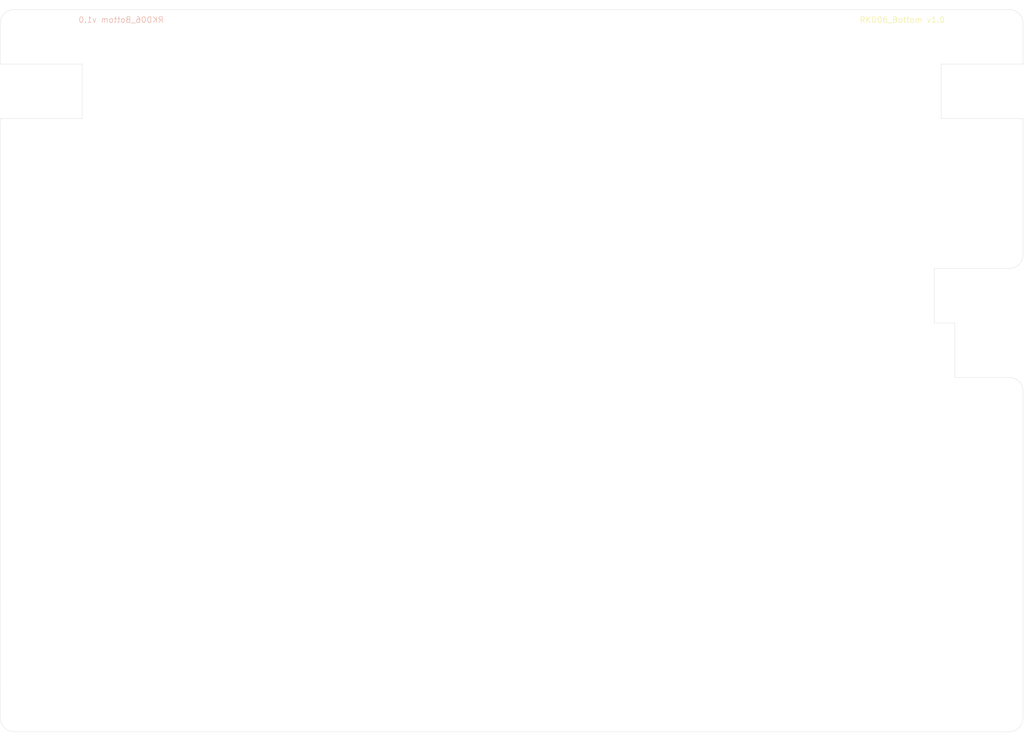
<source format=kicad_pcb>
(kicad_pcb (version 20241229) (generator "pcbnew") (generator_version "9.0")
  (layers (0 "F.Cu" signal) (2 "B.Cu" signal) (13 "F.Paste" user) (15 "B.Paste" user) (5 "F.SilkS" user "F.Silkscreen") (7 "B.SilkS" user "B.Silkscreen") (1 "F.Mask" user) (3 "B.Mask" user) (25 "Edge.Cuts" user))
  (net 0 "")
  (footprint "kbd_Hole:m2_Screw_Hole" (layer "F.Cu") (at 173.83125 28.575)
    (property "Reference" "Ref**")
    (property "Value" "Val**")
    (pad "" np_thru_hole circle (at 0 0) (size 2.2 2.2) (drill 2.2) (layers "*.Cu" "*.Mask"))
  )
  (footprint "Rikkodo_FootPrint:rkd_Point_Screw_Hall" (layer "F.Cu") (at 207.16875 105.965625)
    (property "Reference" "Point1" (hide yes))
    (property "Value" "PointScrewHall" (hide yes))
    (pad "" np_thru_hole circle (at -7.25 -12) (size 2.2 2.2) (drill 2.2) (layers "*.Cu" "*.Mask"))
    (pad "" np_thru_hole circle (at -7.25 12) (size 2.2 2.2) (drill 2.2) (layers "*.Cu" "*.Mask"))
    (pad "" np_thru_hole circle (at 7.25 -12) (size 2.2 2.2) (drill 2.2) (layers "*.Cu" "*.Mask"))
    (pad "" np_thru_hole circle (at 7.25 12) (size 2.2 2.2) (drill 2.2) (layers "*.Cu" "*.Mask"))
  )
  (footprint "kbd_Hole:m2_Screw_Hole" (layer "F.Cu") (at 138.093822 109.537428)
    (property "Reference" "Ref**")
    (property "Value" "Val**")
    (pad "" np_thru_hole circle (at 0 0) (size 2.2 2.2) (drill 2.2) (layers "*.Cu" "*.Mask"))
  )
  (footprint "kbd_Hole:m2_Screw_Hole" (layer "F.Cu") (at 100.0125 71.4375)
    (property "Reference" "Ref**")
    (property "Value" "Val**")
    (pad "" np_thru_hole circle (at 0 0) (size 2.2 2.2) (drill 2.2) (layers "*.Cu" "*.Mask"))
  )
  (footprint "kbd_Hole:m2_Screw_Hole" (layer "F.Cu") (at 42.8625 28.575)
    (property "Reference" "Ref**")
    (property "Value" "Val**")
    (pad "" np_thru_hole circle (at 0 0) (size 2.2 2.2) (drill 2.2) (layers "*.Cu" "*.Mask"))
  )
  (footprint "kbd_Hole:m2_Screw_Hole" (layer "F.Cu") (at 80.943822 28.574928)
    (property "Reference" "Ref**")
    (property "Value" "Val**")
    (pad "" np_thru_hole circle (at 0 0) (size 2.2 2.2) (drill 2.2) (layers "*.Cu" "*.Mask"))
  )
  (footprint "kbd_Hole:m2_Screw_Hole" (layer "F.Cu") (at 114.281322 71.437428)
    (property "Reference" "Ref**")
    (property "Value" "Val**")
    (pad "" np_thru_hole circle (at 0 0) (size 2.2 2.2) (drill 2.2) (layers "*.Cu" "*.Mask"))
  )
  (footprint "kbd_Hole:m2_Screw_Hole" (layer "F.Cu") (at 42.8625 150.01875)
    (property "Reference" "Ref**")
    (property "Value" "Val**")
    (pad "" np_thru_hole circle (at 0 0) (size 2.2 2.2) (drill 2.2) (layers "*.Cu" "*.Mask"))
  )
  (footprint "kbd_Hole:m2_Screw_Hole" (layer "F.Cu") (at 211.93125 150.01875)
    (property "Reference" "Ref**")
    (property "Value" "Val**")
    (pad "" np_thru_hole circle (at 0 0) (size 2.2 2.2) (drill 2.2) (layers "*.Cu" "*.Mask"))
  )
  (footprint "kbd_Hole:m2_Screw_Hole" (layer "F.Cu") (at 152.4 109.5375)
    (property "Reference" "Ref**")
    (property "Value" "Val**")
    (pad "" np_thru_hole circle (at 0 0) (size 2.2 2.2) (drill 2.2) (layers "*.Cu" "*.Mask"))
  )
  (footprint "kbd_Hole:m2_Screw_Hole" (layer "F.Cu") (at 211.93125 28.575)
    (property "Reference" "Ref**")
    (property "Value" "Val**")
    (pad "" np_thru_hole circle (at 0 0) (size 2.2 2.2) (drill 2.2) (layers "*.Cu" "*.Mask"))
  )
  (gr_line (start 216.69375 35.71875) (end 216.693725 28.5751) (stroke (width 0.05)) (layer "Edge.Cuts"))
  (gr_line (start 214.3125 71.4375) (end 201.215625 71.4375) (stroke (width 0.05)) (layer "Edge.Cuts"))
  (gr_line (start 204.7875 80.9625) (end 201.215625 80.9625) (stroke (width 0.05)) (layer "Edge.Cuts"))
  (gr_line (start 214.312475 26.19385) (end 40.462543 26.193793) (stroke (width 0.05)) (layer "Edge.Cuts"))
  (gr_line (start 202.40625 45.24375) (end 216.69375 45.24375) (stroke (width 0.05)) (layer "Edge.Cuts"))
  (gr_line (start 216.69375 35.71875) (end 202.40625 35.71875) (stroke (width 0.05)) (layer "Edge.Cuts"))
  (gr_line (start 204.7875 80.9625) (end 204.7875 90.4875) (stroke (width 0.05)) (layer "Edge.Cuts"))
  (gr_line (start 216.693838 92.868648) (end 216.69375 150.01875) (stroke (width 0.05)) (layer "Edge.Cuts"))
  (gr_line (start 38.09052 35.718678) (end 38.081322 28.574928) (stroke (width 0.05)) (layer "Edge.Cuts"))
  (gr_arc (start 214.312588 90.487398) (mid 215.996333 91.184893) (end 216.693838 92.868648) (stroke (width 0.05)) (layer "Edge.Cuts"))
  (gr_line (start 204.7875 90.4875) (end 214.312588 90.4875) (stroke (width 0.05)) (layer "Edge.Cuts"))
  (gr_line (start 214.3125 152.4) (end 40.48125 152.400459) (stroke (width 0.05)) (layer "Edge.Cuts"))
  (gr_line (start 38.09052 35.718678) (end 52.368822 35.718678) (stroke (width 0.05)) (layer "Edge.Cuts"))
  (gr_line (start 52.368822 35.718678) (end 52.368822 45.243678) (stroke (width 0.05)) (layer "Edge.Cuts"))
  (gr_arc (start 216.693703 150.018706) (mid 215.996281 151.702548) (end 214.312453 152.399956) (stroke (width 0.05)) (layer "Edge.Cuts"))
  (gr_line (start 52.368822 45.243678) (end 38.081322 45.243678) (stroke (width 0.05)) (layer "Edge.Cuts"))
  (gr_line (start 202.40625 35.71875) (end 202.40625 45.24375) (stroke (width 0.05)) (layer "Edge.Cuts"))
  (gr_arc (start 40.48125 152.399957) (mid 38.797467 151.702502) (end 38.1 150.018707) (stroke (width 0.05)) (layer "Edge.Cuts"))
  (gr_arc (start 38.081293 28.575043) (mid 38.778732 26.891232) (end 40.462543 26.193793) (stroke (width 0.05)) (layer "Edge.Cuts"))
  (gr_line (start 216.693743 45.24375) (end 216.69375 69.05625) (stroke (width 0.05)) (layer "Edge.Cuts"))
  (gr_line (start 201.215625 71.4375) (end 201.215625 80.9625) (stroke (width 0.05)) (layer "Edge.Cuts"))
  (gr_line (start 38.081322 45.243678) (end 38.1 150.018707) (stroke (width 0.05)) (layer "Edge.Cuts"))
  (gr_arc (start 216.693789 69.0563) (mid 215.996325 70.740097) (end 214.312539 71.43755) (stroke (width 0.05)) (layer "Edge.Cuts"))
  (gr_arc (start 214.312475 26.19385) (mid 215.996268 26.891285) (end 216.69365 28.5751) (stroke (width 0.05)) (layer "Edge.Cuts"))
  (gr_text "RKD06_Bottom v1.0" (at 188.11875 28.575 0) (layer "F.SilkS") (effects (font (size 1 1) (thickness 0.1)) (justify left bottom)))
  (gr_text "RKD06_Bottom v1.0" (at 66.675 28.575 0) (layer "B.SilkS") (effects (font (size 1 1) (thickness 0.1)) (justify left bottom mirror)))
)
</source>
